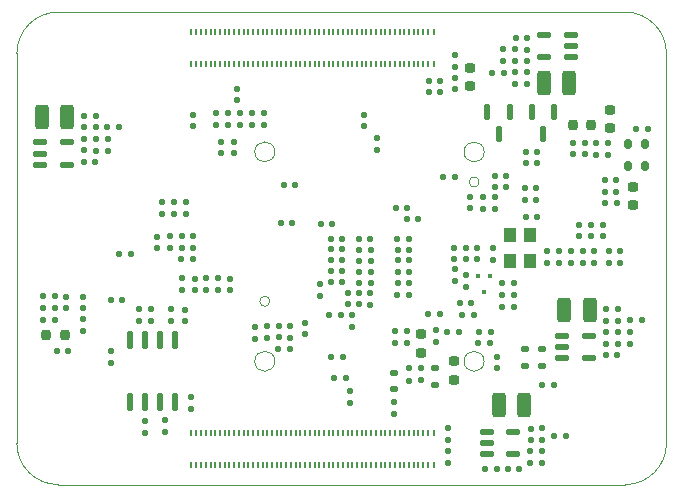
<source format=gbp>
G04 #@! TF.GenerationSoftware,KiCad,Pcbnew,9.0.1+dfsg-1*
G04 #@! TF.CreationDate,2025-07-10T12:54:23+02:00*
G04 #@! TF.ProjectId,ulx5m-gs,756c7835-6d2d-4677-932e-6b696361645f,rev?*
G04 #@! TF.SameCoordinates,Original*
G04 #@! TF.FileFunction,Paste,Bot*
G04 #@! TF.FilePolarity,Positive*
%FSLAX46Y46*%
G04 Gerber Fmt 4.6, Leading zero omitted, Abs format (unit mm)*
G04 Created by KiCad (PCBNEW 9.0.1+dfsg-1) date 2025-07-10 12:54:23*
%MOMM*%
%LPD*%
G01*
G04 APERTURE LIST*
G04 Aperture macros list*
%AMRoundRect*
0 Rectangle with rounded corners*
0 $1 Rounding radius*
0 $2 $3 $4 $5 $6 $7 $8 $9 X,Y pos of 4 corners*
0 Add a 4 corners polygon primitive as box body*
4,1,4,$2,$3,$4,$5,$6,$7,$8,$9,$2,$3,0*
0 Add four circle primitives for the rounded corners*
1,1,$1+$1,$2,$3*
1,1,$1+$1,$4,$5*
1,1,$1+$1,$6,$7*
1,1,$1+$1,$8,$9*
0 Add four rect primitives between the rounded corners*
20,1,$1+$1,$2,$3,$4,$5,0*
20,1,$1+$1,$4,$5,$6,$7,0*
20,1,$1+$1,$6,$7,$8,$9,0*
20,1,$1+$1,$8,$9,$2,$3,0*%
G04 Aperture macros list end*
%ADD10RoundRect,0.110000X0.110000X0.160000X-0.110000X0.160000X-0.110000X-0.160000X0.110000X-0.160000X0*%
%ADD11RoundRect,0.115000X-0.115000X-0.145000X0.115000X-0.145000X0.115000X0.145000X-0.115000X0.145000X0*%
%ADD12RoundRect,0.115000X0.115000X0.145000X-0.115000X0.145000X-0.115000X-0.145000X0.115000X-0.145000X0*%
%ADD13RoundRect,0.115000X-0.145000X0.115000X-0.145000X-0.115000X0.145000X-0.115000X0.145000X0.115000X0*%
%ADD14RoundRect,0.115000X0.145000X-0.115000X0.145000X0.115000X-0.145000X0.115000X-0.145000X-0.115000X0*%
%ADD15RoundRect,0.110000X0.160000X-0.110000X0.160000X0.110000X-0.160000X0.110000X-0.160000X-0.110000X0*%
%ADD16RoundRect,0.110000X-0.110000X-0.160000X0.110000X-0.160000X0.110000X0.160000X-0.110000X0.160000X0*%
%ADD17RoundRect,0.125000X0.175000X-0.125000X0.175000X0.125000X-0.175000X0.125000X-0.175000X-0.125000X0*%
%ADD18RoundRect,0.193750X-0.231250X0.193750X-0.231250X-0.193750X0.231250X-0.193750X0.231250X0.193750X0*%
%ADD19RoundRect,0.230000X-0.345000X-0.820000X0.345000X-0.820000X0.345000X0.820000X-0.345000X0.820000X0*%
%ADD20RoundRect,0.110000X-0.160000X0.110000X-0.160000X-0.110000X0.160000X-0.110000X0.160000X0.110000X0*%
%ADD21R,0.130000X0.560000*%
%ADD22R,0.250000X0.560000*%
%ADD23RoundRect,0.125000X-0.175000X0.125000X-0.175000X-0.125000X0.175000X-0.125000X0.175000X0.125000X0*%
%ADD24RoundRect,0.193750X0.231250X-0.193750X0.231250X0.193750X-0.231250X0.193750X-0.231250X-0.193750X0*%
%ADD25C,0.126000*%
%ADD26RoundRect,0.125000X-0.487500X-0.125000X0.487500X-0.125000X0.487500X0.125000X-0.487500X0.125000X0*%
%ADD27RoundRect,0.125000X0.487500X0.125000X-0.487500X0.125000X-0.487500X-0.125000X0.487500X-0.125000X0*%
%ADD28RoundRect,0.193750X-0.193750X-0.231250X0.193750X-0.231250X0.193750X0.231250X-0.193750X0.231250X0*%
%ADD29RoundRect,0.125000X-0.125000X0.562500X-0.125000X-0.562500X0.125000X-0.562500X0.125000X0.562500X0*%
%ADD30RoundRect,0.125000X0.125000X-0.650000X0.125000X0.650000X-0.125000X0.650000X-0.125000X-0.650000X0*%
%ADD31RoundRect,0.200000X-0.200000X-0.225000X0.200000X-0.225000X0.200000X0.225000X-0.200000X0.225000X0*%
%ADD32RoundRect,0.200000X0.225000X-0.200000X0.225000X0.200000X-0.225000X0.200000X-0.225000X-0.200000X0*%
%ADD33R,1.100000X1.300000*%
%ADD34RoundRect,0.230000X0.345000X0.820000X-0.345000X0.820000X-0.345000X-0.820000X0.345000X-0.820000X0*%
%ADD35RoundRect,0.075000X0.075000X-0.130000X0.075000X0.130000X-0.075000X0.130000X-0.075000X-0.130000X0*%
%ADD36RoundRect,0.175000X0.175000X0.225000X-0.175000X0.225000X-0.175000X-0.225000X0.175000X-0.225000X0*%
G04 #@! TA.AperFunction,Profile*
%ADD37C,0.100000*%
G04 #@! TD*
G04 APERTURE END LIST*
D10*
X100430000Y-62620000D03*
X99410000Y-62620000D03*
D11*
X84970000Y-75410000D03*
X85930000Y-75410000D03*
X88210000Y-77610000D03*
X89170000Y-77610000D03*
X91440000Y-77580000D03*
X92400000Y-77580000D03*
D12*
X96610000Y-84550000D03*
X95650000Y-84550000D03*
D13*
X96240000Y-77430000D03*
X96240000Y-78390000D03*
D14*
X110090000Y-83600000D03*
X110090000Y-82640000D03*
D15*
X110310000Y-78700000D03*
X110310000Y-77680000D03*
D16*
X111080000Y-83570000D03*
X112100000Y-83570000D03*
D14*
X73460000Y-83620000D03*
X73460000Y-82660000D03*
X99660000Y-74110000D03*
X99660000Y-73150000D03*
D17*
X94620000Y-87640000D03*
X94620000Y-89040000D03*
D13*
X94670000Y-84410000D03*
X94670000Y-85370000D03*
D16*
X85800000Y-86680000D03*
X86820000Y-86680000D03*
D18*
X109440000Y-65730000D03*
X109440000Y-67305000D03*
D11*
X88210000Y-79460000D03*
X89170000Y-79460000D03*
D13*
X89670000Y-68160000D03*
X89670000Y-69120000D03*
D15*
X95700000Y-95670000D03*
X95700000Y-94650000D03*
D11*
X67140000Y-81840000D03*
X68100000Y-81840000D03*
D15*
X73990000Y-91120000D03*
X73990000Y-90100000D03*
D14*
X95070000Y-64250000D03*
X95070000Y-63290000D03*
X77230000Y-81000000D03*
X77230000Y-80040000D03*
D13*
X64920000Y-68200000D03*
X64920000Y-69160000D03*
D12*
X92270000Y-74040000D03*
X91310000Y-74040000D03*
D13*
X107285000Y-68570000D03*
X107285000Y-69530000D03*
D15*
X103700000Y-93720000D03*
X103700000Y-92700000D03*
D16*
X100270000Y-80410000D03*
X101290000Y-80410000D03*
D12*
X109970000Y-71720000D03*
X109010000Y-71720000D03*
D19*
X105545000Y-82690000D03*
X107695000Y-82690000D03*
D11*
X102680000Y-94680000D03*
X103640000Y-94680000D03*
D20*
X79410000Y-84110000D03*
X79410000Y-85130000D03*
D16*
X100300000Y-82440000D03*
X101320000Y-82440000D03*
D12*
X97650000Y-82150000D03*
X96690000Y-82150000D03*
D13*
X106295000Y-68570000D03*
X106295000Y-69530000D03*
D14*
X77610000Y-69410000D03*
X77610000Y-68450000D03*
D13*
X80400000Y-84070000D03*
X80400000Y-85030000D03*
D11*
X91440000Y-80440000D03*
X92400000Y-80440000D03*
D15*
X80140000Y-67010000D03*
X80140000Y-65990000D03*
D14*
X97540000Y-74060000D03*
X97540000Y-73100000D03*
X96270000Y-80220000D03*
X96270000Y-79260000D03*
X88590000Y-67160000D03*
X88590000Y-66200000D03*
D11*
X91440000Y-79460000D03*
X92400000Y-79460000D03*
D14*
X65880000Y-67220000D03*
X65880000Y-66260000D03*
D20*
X72230000Y-82610000D03*
X72230000Y-83630000D03*
D14*
X106835000Y-76430000D03*
X106835000Y-75470000D03*
X74300000Y-81000000D03*
X74300000Y-80040000D03*
D13*
X92210000Y-84500000D03*
X92210000Y-85460000D03*
D16*
X104685000Y-93380000D03*
X105705000Y-93380000D03*
D12*
X102410000Y-59640000D03*
X101450000Y-59640000D03*
X109970000Y-72690000D03*
X109010000Y-72690000D03*
D15*
X65910000Y-69210000D03*
X65910000Y-68190000D03*
D13*
X101410000Y-62590000D03*
X101410000Y-63550000D03*
D21*
X94010000Y-93125000D03*
X94010000Y-95835000D03*
X93610000Y-93125000D03*
X93610000Y-95835000D03*
X93210000Y-93125000D03*
X93210000Y-95835000D03*
X92810000Y-93125000D03*
X92810000Y-95835000D03*
X92410000Y-93125000D03*
X92410000Y-95835000D03*
X92010000Y-93125000D03*
X92010000Y-95835000D03*
X91610000Y-93125000D03*
X91610000Y-95835000D03*
X91210000Y-93125000D03*
X91210000Y-95835000D03*
X90810000Y-93125000D03*
X90810000Y-95835000D03*
X90410000Y-93125000D03*
X90410000Y-95835000D03*
X90010000Y-93125000D03*
X90010000Y-95835000D03*
X89610000Y-93125000D03*
X89610000Y-95835000D03*
X89210000Y-93125000D03*
X89210000Y-95835000D03*
X88810000Y-93125000D03*
X88810000Y-95835000D03*
X88410000Y-93125000D03*
X88410000Y-95835000D03*
X88010000Y-93125000D03*
X88010000Y-95835000D03*
X87610000Y-93125000D03*
X87610000Y-95835000D03*
X87210000Y-93125000D03*
X87210000Y-95835000D03*
X86810000Y-93125000D03*
X86810000Y-95835000D03*
X86410000Y-93125000D03*
X86410000Y-95835000D03*
X86010000Y-93125000D03*
X86010000Y-95835000D03*
X85610000Y-93125000D03*
X85610000Y-95835000D03*
X85210000Y-93125000D03*
X85210000Y-95835000D03*
X84810000Y-93125000D03*
X84810000Y-95835000D03*
X84410000Y-93125000D03*
X84410000Y-95835000D03*
X84010000Y-93125000D03*
X84010000Y-95835000D03*
X83610000Y-93125000D03*
X83610000Y-95835000D03*
X83210000Y-93125000D03*
X83210000Y-95835000D03*
X82810000Y-93125000D03*
X82810000Y-95835000D03*
X82410000Y-93125000D03*
X82410000Y-95835000D03*
X82010000Y-93125000D03*
X82010000Y-95835000D03*
X81610000Y-93125000D03*
X81610000Y-95835000D03*
X81210000Y-93125000D03*
X81210000Y-95835000D03*
X80810000Y-93125000D03*
X80810000Y-95835000D03*
X80410000Y-93125000D03*
X80410000Y-95835000D03*
X80010000Y-93125000D03*
X80010000Y-95835000D03*
X79610000Y-93125000D03*
X79610000Y-95835000D03*
X79210000Y-93125000D03*
X79210000Y-95835000D03*
X78810000Y-93125000D03*
X78810000Y-95835000D03*
X78410000Y-93125000D03*
X78410000Y-95835000D03*
X78010000Y-93125000D03*
X78010000Y-95835000D03*
X77610000Y-93125000D03*
X77610000Y-95835000D03*
X77210000Y-93125000D03*
X77210000Y-95835000D03*
X76810000Y-93125000D03*
X76810000Y-95835000D03*
X76410000Y-93125000D03*
X76410000Y-95835000D03*
X76010000Y-93125000D03*
X76010000Y-95835000D03*
X75610000Y-93125000D03*
X75610000Y-95835000D03*
X75210000Y-93125000D03*
X75210000Y-95835000D03*
X74810000Y-93125000D03*
X74810000Y-95835000D03*
X74410000Y-93125000D03*
X74410000Y-95835000D03*
D22*
X94485000Y-93125000D03*
X94485000Y-95835000D03*
X73935000Y-93125000D03*
X73935000Y-95835000D03*
D11*
X88210000Y-78540000D03*
X89170000Y-78540000D03*
D14*
X102380000Y-61610000D03*
X102380000Y-60650000D03*
D13*
X70560000Y-82650000D03*
X70560000Y-83610000D03*
X109275000Y-68580000D03*
X109275000Y-69540000D03*
D10*
X62440000Y-82540000D03*
X61420000Y-82540000D03*
D20*
X66920000Y-68190000D03*
X66920000Y-69210000D03*
D23*
X103650000Y-87417500D03*
X103650000Y-86017500D03*
D20*
X111130000Y-84570000D03*
X111130000Y-85590000D03*
D14*
X67200000Y-87150000D03*
X67200000Y-86190000D03*
X100630000Y-72280000D03*
X100630000Y-71320000D03*
D13*
X77820000Y-64000000D03*
X77820000Y-64960000D03*
D24*
X93420000Y-86347500D03*
X93420000Y-84772500D03*
D14*
X88210000Y-82230000D03*
X88210000Y-81270000D03*
D16*
X85610000Y-83130000D03*
X86630000Y-83130000D03*
D10*
X103692500Y-95690000D03*
X102672500Y-95690000D03*
X62440000Y-81530000D03*
X61420000Y-81530000D03*
D13*
X96270000Y-61150000D03*
X96270000Y-62110000D03*
D14*
X83600000Y-84770000D03*
X83600000Y-83810000D03*
X76230000Y-80990000D03*
X76230000Y-80030000D03*
D24*
X111365000Y-73837500D03*
X111365000Y-72262500D03*
D14*
X89150000Y-82240000D03*
X89150000Y-81280000D03*
D19*
X100002500Y-90770000D03*
X102152500Y-90770000D03*
D12*
X86760000Y-80340000D03*
X85800000Y-80340000D03*
D20*
X92380000Y-87650000D03*
X92380000Y-88670000D03*
D15*
X91110000Y-91530000D03*
X91110000Y-90510000D03*
D19*
X61340000Y-66320000D03*
X63490000Y-66320000D03*
D10*
X82340000Y-86000000D03*
X81320000Y-86000000D03*
D11*
X88180000Y-76690000D03*
X89140000Y-76690000D03*
D24*
X96180000Y-88617500D03*
X96180000Y-87042500D03*
D14*
X108795000Y-76430000D03*
X108795000Y-75470000D03*
D25*
X92660000Y-91350000D03*
X93160000Y-91350000D03*
X92660000Y-90850000D03*
X93160000Y-90850000D03*
X92660000Y-90350000D03*
X93160000Y-90350000D03*
X92660000Y-89850000D03*
X93160000Y-89850000D03*
D12*
X112608750Y-67390000D03*
X111648750Y-67390000D03*
D26*
X98972500Y-94920000D03*
X98972500Y-93970000D03*
X98972500Y-93020000D03*
X101247500Y-93020000D03*
X101247500Y-94920000D03*
D23*
X102200000Y-87407500D03*
X102200000Y-86007500D03*
D10*
X62440000Y-83550000D03*
X61420000Y-83550000D03*
D14*
X94080000Y-64250000D03*
X94080000Y-63290000D03*
D12*
X101270000Y-81390000D03*
X100310000Y-81390000D03*
D20*
X106110000Y-77680000D03*
X106110000Y-78700000D03*
X87590000Y-83140000D03*
X87590000Y-84160000D03*
D27*
X106107500Y-59400000D03*
X106107500Y-60350000D03*
X106107500Y-61300000D03*
X103832500Y-61300000D03*
X103832500Y-59400000D03*
D13*
X91250000Y-84500000D03*
X91250000Y-85460000D03*
D15*
X109320000Y-78710000D03*
X109320000Y-77690000D03*
D14*
X109110000Y-83600000D03*
X109110000Y-82640000D03*
D12*
X86760000Y-77570000D03*
X85800000Y-77570000D03*
D15*
X93390000Y-88660000D03*
X93390000Y-87640000D03*
D11*
X91430000Y-76660000D03*
X92390000Y-76660000D03*
D12*
X86770000Y-76650000D03*
X85810000Y-76650000D03*
D14*
X96290000Y-64000000D03*
X96290000Y-63040000D03*
D11*
X102235000Y-73360000D03*
X103195000Y-73360000D03*
D26*
X105400000Y-86790000D03*
X105400000Y-85840000D03*
X105400000Y-84890000D03*
X107675000Y-84890000D03*
X107675000Y-86790000D03*
D15*
X70070000Y-93110000D03*
X70070000Y-92090000D03*
D20*
X69560000Y-82610000D03*
X69560000Y-83630000D03*
D12*
X99832500Y-96180000D03*
X98872500Y-96180000D03*
D10*
X95070000Y-83060000D03*
X94050000Y-83060000D03*
D28*
X106272500Y-67060000D03*
X107847500Y-67060000D03*
D13*
X102702500Y-92750000D03*
X102702500Y-93710000D03*
D11*
X102235000Y-72360000D03*
X103195000Y-72360000D03*
D10*
X99350000Y-84530000D03*
X98330000Y-84530000D03*
D11*
X91440000Y-78500000D03*
X92400000Y-78500000D03*
D12*
X82750000Y-72120000D03*
X81790000Y-72120000D03*
D14*
X64900000Y-67220000D03*
X64900000Y-66260000D03*
D29*
X102810000Y-65902500D03*
X104710000Y-65902500D03*
X103760000Y-67777500D03*
D14*
X72160000Y-77410000D03*
X72160000Y-76450000D03*
D20*
X101390000Y-60600000D03*
X101390000Y-61620000D03*
D29*
X99050000Y-65962500D03*
X100950000Y-65962500D03*
X100000000Y-67837500D03*
D15*
X98670000Y-74120000D03*
X98670000Y-73100000D03*
D20*
X107110000Y-77680000D03*
X107110000Y-78700000D03*
D30*
X72620000Y-90460000D03*
X71350000Y-90460000D03*
X70080000Y-90460000D03*
X68810000Y-90460000D03*
X68810000Y-85210000D03*
X70080000Y-85210000D03*
X71350000Y-85210000D03*
X72620000Y-85210000D03*
D11*
X102315000Y-69290000D03*
X103275000Y-69290000D03*
D12*
X86760000Y-78490000D03*
X85800000Y-78490000D03*
X96280000Y-71430000D03*
X95320000Y-71430000D03*
D13*
X64830000Y-83500000D03*
X64830000Y-84460000D03*
D15*
X75230000Y-81020000D03*
X75230000Y-80000000D03*
D12*
X68850000Y-77960000D03*
X67890000Y-77960000D03*
D31*
X61710000Y-84820000D03*
X63260000Y-84820000D03*
D12*
X63560000Y-86130000D03*
X62600000Y-86130000D03*
D11*
X102315000Y-70290000D03*
X103275000Y-70290000D03*
D14*
X74140000Y-67120000D03*
X74140000Y-66160000D03*
D20*
X99560000Y-77420000D03*
X99560000Y-78440000D03*
D15*
X87410000Y-90540000D03*
X87410000Y-89520000D03*
D16*
X86060000Y-88480000D03*
X87080000Y-88480000D03*
D14*
X63360000Y-82550000D03*
X63360000Y-81590000D03*
D11*
X92230000Y-75010000D03*
X93190000Y-75010000D03*
D10*
X97890000Y-83130000D03*
X96870000Y-83130000D03*
D15*
X78130000Y-67020000D03*
X78130000Y-66000000D03*
D13*
X99870000Y-86650000D03*
X99870000Y-87610000D03*
D11*
X102305000Y-74820000D03*
X103265000Y-74820000D03*
D20*
X105110000Y-77690000D03*
X105110000Y-78710000D03*
D32*
X97550000Y-63725000D03*
X97550000Y-62175000D03*
D14*
X64830000Y-82540000D03*
X64830000Y-81580000D03*
D15*
X100380000Y-61620000D03*
X100380000Y-60600000D03*
D33*
X102650000Y-76330000D03*
X102650000Y-78530000D03*
X100950000Y-78530000D03*
X100950000Y-76330000D03*
D10*
X99240000Y-85520000D03*
X98220000Y-85520000D03*
D15*
X110120000Y-85590000D03*
X110120000Y-84570000D03*
D21*
X94010000Y-59125000D03*
X94010000Y-61835000D03*
X93610000Y-59125000D03*
X93610000Y-61835000D03*
X93210000Y-59125000D03*
X93210000Y-61835000D03*
X92810000Y-59125000D03*
X92810000Y-61835000D03*
X92410000Y-59125000D03*
X92410000Y-61835000D03*
X92010000Y-59125000D03*
X92010000Y-61835000D03*
X91610000Y-59125000D03*
X91610000Y-61835000D03*
X91210000Y-59125000D03*
X91210000Y-61835000D03*
X90810000Y-59125000D03*
X90810000Y-61835000D03*
X90410000Y-59125000D03*
X90410000Y-61835000D03*
X90010000Y-59125000D03*
X90010000Y-61835000D03*
X89610000Y-59125000D03*
X89610000Y-61835000D03*
X89210000Y-59125000D03*
X89210000Y-61835000D03*
X88810000Y-59125000D03*
X88810000Y-61835000D03*
X88410000Y-59125000D03*
X88410000Y-61835000D03*
X88010000Y-59125000D03*
X88010000Y-61835000D03*
X87610000Y-59125000D03*
X87610000Y-61835000D03*
X87210000Y-59125000D03*
X87210000Y-61835000D03*
X86810000Y-59125000D03*
X86810000Y-61835000D03*
X86410000Y-59125000D03*
X86410000Y-61835000D03*
X86010000Y-59125000D03*
X86010000Y-61835000D03*
X85610000Y-59125000D03*
X85610000Y-61835000D03*
X85210000Y-59125000D03*
X85210000Y-61835000D03*
X84810000Y-59125000D03*
X84810000Y-61835000D03*
X84410000Y-59125000D03*
X84410000Y-61835000D03*
X84010000Y-59125000D03*
X84010000Y-61835000D03*
X83610000Y-59125000D03*
X83610000Y-61835000D03*
X83210000Y-59125000D03*
X83210000Y-61835000D03*
X82810000Y-59125000D03*
X82810000Y-61835000D03*
X82410000Y-59125000D03*
X82410000Y-61835000D03*
X82010000Y-59125000D03*
X82010000Y-61835000D03*
X81610000Y-59125000D03*
X81610000Y-61835000D03*
X81210000Y-59125000D03*
X81210000Y-61835000D03*
X80810000Y-59125000D03*
X80810000Y-61835000D03*
X80410000Y-59125000D03*
X80410000Y-61835000D03*
X80010000Y-59125000D03*
X80010000Y-61835000D03*
X79610000Y-59125000D03*
X79610000Y-61835000D03*
X79210000Y-59125000D03*
X79210000Y-61835000D03*
X78810000Y-59125000D03*
X78810000Y-61835000D03*
X78410000Y-59125000D03*
X78410000Y-61835000D03*
X78010000Y-59125000D03*
X78010000Y-61835000D03*
X77610000Y-59125000D03*
X77610000Y-61835000D03*
X77210000Y-59125000D03*
X77210000Y-61835000D03*
X76810000Y-59125000D03*
X76810000Y-61835000D03*
X76410000Y-59125000D03*
X76410000Y-61835000D03*
X76010000Y-59125000D03*
X76010000Y-61835000D03*
X75610000Y-59125000D03*
X75610000Y-61835000D03*
X75210000Y-59125000D03*
X75210000Y-61835000D03*
X74810000Y-59125000D03*
X74810000Y-61835000D03*
X74410000Y-59125000D03*
X74410000Y-61835000D03*
D22*
X94485000Y-59125000D03*
X94485000Y-61835000D03*
X73935000Y-59125000D03*
X73935000Y-61835000D03*
D34*
X105955000Y-63490000D03*
X103805000Y-63490000D03*
D13*
X109130000Y-84580000D03*
X109130000Y-85540000D03*
D14*
X99650000Y-72280000D03*
X99650000Y-71320000D03*
X87250000Y-82200000D03*
X87250000Y-81240000D03*
D20*
X76110000Y-66010000D03*
X76110000Y-67030000D03*
D13*
X97220000Y-77430000D03*
X97220000Y-78390000D03*
D35*
X98280000Y-79845000D03*
X99280000Y-79845000D03*
X98780000Y-81135000D03*
D15*
X79130000Y-67010000D03*
X79130000Y-65990000D03*
D16*
X66870000Y-67190000D03*
X67890000Y-67190000D03*
D11*
X88210000Y-80380000D03*
X89170000Y-80380000D03*
D23*
X91140000Y-89420000D03*
X91140000Y-88020000D03*
D20*
X71500000Y-73580000D03*
X71500000Y-74600000D03*
D11*
X109100000Y-86550000D03*
X110060000Y-86550000D03*
D13*
X102400000Y-62590000D03*
X102400000Y-63550000D03*
X98200000Y-77430000D03*
X98200000Y-78390000D03*
D15*
X73510000Y-74600000D03*
X73510000Y-73580000D03*
D12*
X86760000Y-79420000D03*
X85800000Y-79420000D03*
D36*
X112383750Y-68635000D03*
X112383750Y-70485000D03*
X110933750Y-70485000D03*
X110933750Y-68635000D03*
D14*
X76510000Y-69410000D03*
X76510000Y-68450000D03*
D12*
X109980000Y-73660000D03*
X109020000Y-73660000D03*
D14*
X71050000Y-77450000D03*
X71050000Y-76490000D03*
D13*
X108285000Y-68580000D03*
X108285000Y-69540000D03*
D15*
X108110000Y-78700000D03*
X108110000Y-77680000D03*
D20*
X71790000Y-92050000D03*
X71790000Y-93070000D03*
X104110000Y-77690000D03*
X104110000Y-78710000D03*
D14*
X73180000Y-80990000D03*
X73180000Y-80030000D03*
D13*
X82360000Y-84070000D03*
X82360000Y-85030000D03*
D15*
X95730000Y-93730000D03*
X95730000Y-92710000D03*
D26*
X61190000Y-70410000D03*
X61190000Y-69460000D03*
X61190000Y-68510000D03*
X63465000Y-68510000D03*
X63465000Y-70410000D03*
D12*
X82510000Y-75320000D03*
X81550000Y-75320000D03*
X92390000Y-81430000D03*
X91430000Y-81430000D03*
X74140000Y-76470000D03*
X73180000Y-76470000D03*
D14*
X107815000Y-76430000D03*
X107815000Y-75470000D03*
D10*
X104670000Y-89070000D03*
X103650000Y-89070000D03*
D13*
X84860000Y-80540000D03*
X84860000Y-81500000D03*
D12*
X74150000Y-77450000D03*
X73190000Y-77450000D03*
X74100000Y-78410000D03*
X73140000Y-78410000D03*
D11*
X64890000Y-70170000D03*
X65850000Y-70170000D03*
D20*
X97260000Y-79730000D03*
X97260000Y-80750000D03*
D15*
X72500000Y-74610000D03*
X72500000Y-73590000D03*
X77110000Y-67030000D03*
X77110000Y-66010000D03*
D12*
X101732500Y-96190000D03*
X100772500Y-96190000D03*
D13*
X81380000Y-84060000D03*
X81380000Y-85020000D03*
D37*
X62710000Y-57480000D02*
X110710000Y-57480000D01*
X98772500Y-87042500D02*
G75*
G02*
X97072500Y-87042500I-850000J0D01*
G01*
X97072500Y-87042500D02*
G75*
G02*
X98772500Y-87042500I850000J0D01*
G01*
X62710000Y-97480000D02*
X110710000Y-97480000D01*
X114210000Y-93980000D02*
G75*
G02*
X110710000Y-97480000I-3500000J0D01*
G01*
X110710000Y-57480000D02*
G75*
G02*
X114210000Y-60980000I0J-3500000D01*
G01*
X114210000Y-93980000D02*
X114210000Y-60980000D01*
X81047500Y-69317500D02*
G75*
G02*
X79347500Y-69317500I-850000J0D01*
G01*
X79347500Y-69317500D02*
G75*
G02*
X81047500Y-69317500I850000J0D01*
G01*
X59210000Y-60980000D02*
G75*
G02*
X62710000Y-57480000I3500000J0D01*
G01*
X80622500Y-81962500D02*
G75*
G02*
X79772500Y-81962500I-425000J0D01*
G01*
X79772500Y-81962500D02*
G75*
G02*
X80622500Y-81962500I425000J0D01*
G01*
X98347500Y-71857500D02*
G75*
G02*
X97497500Y-71857500I-425000J0D01*
G01*
X97497500Y-71857500D02*
G75*
G02*
X98347500Y-71857500I425000J0D01*
G01*
X62710000Y-97480000D02*
G75*
G02*
X59210000Y-93980000I0J3500000D01*
G01*
X81047500Y-87042500D02*
G75*
G02*
X79347500Y-87042500I-850000J0D01*
G01*
X79347500Y-87042500D02*
G75*
G02*
X81047500Y-87042500I850000J0D01*
G01*
X98772500Y-69317500D02*
G75*
G02*
X97072500Y-69317500I-850000J0D01*
G01*
X97072500Y-69317500D02*
G75*
G02*
X98772500Y-69317500I850000J0D01*
G01*
X59210000Y-60980000D02*
X59210000Y-93980000D01*
M02*

</source>
